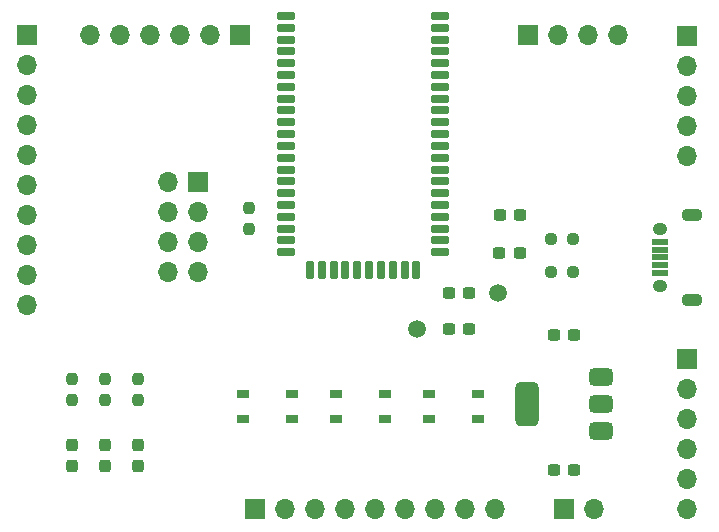
<source format=gbr>
%TF.GenerationSoftware,KiCad,Pcbnew,8.0.8*%
%TF.CreationDate,2025-02-03T11:58:04+00:00*%
%TF.ProjectId,FSC-BT1038B Barebones Breakout,4653432d-4254-4313-9033-384220426172,0.1*%
%TF.SameCoordinates,Original*%
%TF.FileFunction,Soldermask,Top*%
%TF.FilePolarity,Negative*%
%FSLAX46Y46*%
G04 Gerber Fmt 4.6, Leading zero omitted, Abs format (unit mm)*
G04 Created by KiCad (PCBNEW 8.0.8) date 2025-02-03 11:58:04*
%MOMM*%
%LPD*%
G01*
G04 APERTURE LIST*
G04 Aperture macros list*
%AMRoundRect*
0 Rectangle with rounded corners*
0 $1 Rounding radius*
0 $2 $3 $4 $5 $6 $7 $8 $9 X,Y pos of 4 corners*
0 Add a 4 corners polygon primitive as box body*
4,1,4,$2,$3,$4,$5,$6,$7,$8,$9,$2,$3,0*
0 Add four circle primitives for the rounded corners*
1,1,$1+$1,$2,$3*
1,1,$1+$1,$4,$5*
1,1,$1+$1,$6,$7*
1,1,$1+$1,$8,$9*
0 Add four rect primitives between the rounded corners*
20,1,$1+$1,$2,$3,$4,$5,0*
20,1,$1+$1,$4,$5,$6,$7,0*
20,1,$1+$1,$6,$7,$8,$9,0*
20,1,$1+$1,$8,$9,$2,$3,0*%
G04 Aperture macros list end*
%ADD10RoundRect,0.237500X0.237500X-0.250000X0.237500X0.250000X-0.237500X0.250000X-0.237500X-0.250000X0*%
%ADD11R,1.050000X0.650000*%
%ADD12R,1.700000X1.700000*%
%ADD13O,1.700000X1.700000*%
%ADD14RoundRect,0.237500X-0.237500X0.287500X-0.237500X-0.287500X0.237500X-0.287500X0.237500X0.287500X0*%
%ADD15C,1.500000*%
%ADD16RoundRect,0.375000X0.625000X0.375000X-0.625000X0.375000X-0.625000X-0.375000X0.625000X-0.375000X0*%
%ADD17RoundRect,0.500000X0.500000X1.400000X-0.500000X1.400000X-0.500000X-1.400000X0.500000X-1.400000X0*%
%ADD18RoundRect,0.237500X0.250000X0.237500X-0.250000X0.237500X-0.250000X-0.237500X0.250000X-0.237500X0*%
%ADD19RoundRect,0.237500X0.300000X0.237500X-0.300000X0.237500X-0.300000X-0.237500X0.300000X-0.237500X0*%
%ADD20RoundRect,0.020000X0.655000X-0.180000X0.655000X0.180000X-0.655000X0.180000X-0.655000X-0.180000X0*%
%ADD21O,1.800000X1.100000*%
%ADD22O,1.250000X1.050000*%
%ADD23RoundRect,0.237500X-0.300000X-0.237500X0.300000X-0.237500X0.300000X0.237500X-0.300000X0.237500X0*%
%ADD24RoundRect,0.150000X-0.650000X-0.150000X0.650000X-0.150000X0.650000X0.150000X-0.650000X0.150000X0*%
%ADD25RoundRect,0.150000X-0.150000X-0.650000X0.150000X-0.650000X0.150000X0.650000X-0.150000X0.650000X0*%
G04 APERTURE END LIST*
D10*
%TO.C,R5*%
X153416000Y-93114500D03*
X153416000Y-91289500D03*
%TD*%
D11*
%TO.C,SW1*%
X178011000Y-92601000D03*
X182161000Y-92601000D03*
X178011000Y-94751000D03*
X182161000Y-94751000D03*
%TD*%
D12*
%TO.C,J1*%
X158496000Y-74676000D03*
D13*
X155956000Y-74676000D03*
X158496000Y-77216000D03*
X155956000Y-77216000D03*
X158496000Y-79756000D03*
X155956000Y-79756000D03*
X158496000Y-82296000D03*
X155956000Y-82296000D03*
%TD*%
D11*
%TO.C,SW3*%
X170137000Y-92601000D03*
X174287000Y-92601000D03*
X170137000Y-94751000D03*
X174287000Y-94751000D03*
%TD*%
D14*
%TO.C,D1*%
X147828000Y-96915000D03*
X147828000Y-98665000D03*
%TD*%
D15*
%TO.C,TP1*%
X183896000Y-84074000D03*
%TD*%
D16*
%TO.C,U1*%
X192634000Y-95772000D03*
X192634000Y-93472000D03*
D17*
X186334000Y-93472000D03*
D16*
X192634000Y-91172000D03*
%TD*%
D10*
%TO.C,R3*%
X147828000Y-93114500D03*
X147828000Y-91289500D03*
%TD*%
D11*
%TO.C,SW2*%
X162263000Y-92601000D03*
X166413000Y-92601000D03*
X162263000Y-94751000D03*
X166413000Y-94751000D03*
%TD*%
D12*
%TO.C,J5*%
X189484000Y-102362000D03*
D13*
X192024000Y-102362000D03*
%TD*%
D18*
%TO.C,R2*%
X190222500Y-82296000D03*
X188397500Y-82296000D03*
%TD*%
%TO.C,R6*%
X190222500Y-79502000D03*
X188397500Y-79502000D03*
%TD*%
D10*
%TO.C,R1*%
X162814000Y-78636500D03*
X162814000Y-76811500D03*
%TD*%
%TO.C,R4*%
X150622000Y-93114500D03*
X150622000Y-91289500D03*
%TD*%
D19*
%TO.C,C2*%
X190346500Y-87630000D03*
X188621500Y-87630000D03*
%TD*%
D20*
%TO.C,J2*%
X197612000Y-82326000D03*
X197612000Y-81676000D03*
X197612000Y-81026000D03*
X197612000Y-80376000D03*
X197612000Y-79726000D03*
D21*
X200287000Y-84601000D03*
D22*
X197562000Y-83451000D03*
X197562000Y-78601000D03*
D21*
X200287000Y-77451000D03*
%TD*%
D12*
%TO.C,J4*%
X186436000Y-62205000D03*
D13*
X188976000Y-62205000D03*
X191516000Y-62205000D03*
X194056000Y-62205000D03*
%TD*%
D12*
%TO.C,J3*%
X199923000Y-62260000D03*
D13*
X199923000Y-64800000D03*
X199923000Y-67340000D03*
X199923000Y-69880000D03*
X199923000Y-72420000D03*
%TD*%
D23*
%TO.C,C6*%
X179731500Y-87122000D03*
X181456500Y-87122000D03*
%TD*%
D14*
%TO.C,D3*%
X153416000Y-96915000D03*
X153416000Y-98665000D03*
%TD*%
D23*
%TO.C,C5*%
X184049500Y-77470000D03*
X185774500Y-77470000D03*
%TD*%
D14*
%TO.C,D2*%
X150622000Y-96915000D03*
X150622000Y-98665000D03*
%TD*%
D12*
%TO.C,J6*%
X162052000Y-62230000D03*
D13*
X159512000Y-62230000D03*
X156972000Y-62230000D03*
X154432000Y-62230000D03*
X151892000Y-62230000D03*
X149352000Y-62230000D03*
%TD*%
D24*
%TO.C,U2*%
X165966000Y-60598000D03*
X165966000Y-61598000D03*
X165966000Y-62598000D03*
X165966000Y-63598000D03*
X165966000Y-64598000D03*
X165966000Y-65598000D03*
X165966000Y-66598000D03*
X165966000Y-67598000D03*
X165966000Y-68598000D03*
X165966000Y-69598000D03*
X165966000Y-70598000D03*
X165966000Y-71598000D03*
X165966000Y-72598000D03*
X165966000Y-73598000D03*
X165966000Y-74598000D03*
X165966000Y-75598000D03*
X165966000Y-76598000D03*
X165966000Y-77598000D03*
X165966000Y-78598000D03*
X165966000Y-79598000D03*
X165966000Y-80598000D03*
D25*
X167966000Y-82098000D03*
X168966000Y-82098000D03*
X169966000Y-82098000D03*
X170966000Y-82098000D03*
X171966000Y-82098000D03*
X172966000Y-82098000D03*
X173966000Y-82098000D03*
X174966000Y-82098000D03*
X175966000Y-82098000D03*
X176966000Y-82098000D03*
D24*
X178966000Y-80598000D03*
X178966000Y-79598000D03*
X178966000Y-78598000D03*
X178966000Y-77598000D03*
X178966000Y-76598000D03*
X178966000Y-75598000D03*
X178966000Y-74598000D03*
X178966000Y-73598000D03*
X178966000Y-72598000D03*
X178966000Y-71598000D03*
X178966000Y-70598000D03*
X178966000Y-69598000D03*
X178966000Y-68598000D03*
X178966000Y-67598000D03*
X178966000Y-66598000D03*
X178966000Y-65598000D03*
X178966000Y-64598000D03*
X178966000Y-63598000D03*
X178966000Y-62598000D03*
X178966000Y-61598000D03*
X178966000Y-60598000D03*
%TD*%
D23*
%TO.C,C3*%
X188621500Y-99060000D03*
X190346500Y-99060000D03*
%TD*%
%TO.C,C4*%
X183993500Y-80638000D03*
X185718500Y-80638000D03*
%TD*%
D15*
%TO.C,TP2*%
X177038000Y-87122000D03*
%TD*%
D12*
%TO.C,J8*%
X144018000Y-62230000D03*
D13*
X144018000Y-64770000D03*
X144018000Y-67310000D03*
X144018000Y-69850000D03*
X144018000Y-72390000D03*
X144018000Y-74930000D03*
X144018000Y-77470000D03*
X144018000Y-80010000D03*
X144018000Y-82550000D03*
X144018000Y-85090000D03*
%TD*%
D12*
%TO.C,J7*%
X199898000Y-89662000D03*
D13*
X199898000Y-92202000D03*
X199898000Y-94742000D03*
X199898000Y-97282000D03*
X199898000Y-99822000D03*
X199898000Y-102362000D03*
%TD*%
D19*
%TO.C,C1*%
X181456500Y-84074000D03*
X179731500Y-84074000D03*
%TD*%
D12*
%TO.C,J9*%
X163312000Y-102362000D03*
D13*
X165852000Y-102362000D03*
X168392000Y-102362000D03*
X170932000Y-102362000D03*
X173472000Y-102362000D03*
X176012000Y-102362000D03*
X178552000Y-102362000D03*
X181092000Y-102362000D03*
X183632000Y-102362000D03*
%TD*%
M02*

</source>
